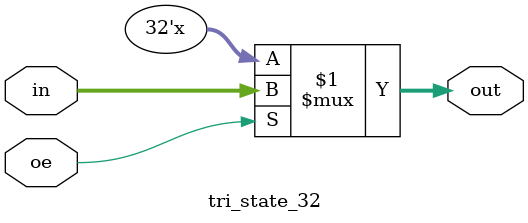
<source format=v>
module tri_state_32 (in, oe, out);
input [31:0]in;
input oe;
output[31:0]out;

//tri_state_buffer t0(.in(in[0]), .oe(oe), .out(out[0]));
//tri_state_buffer t1(.in(in[1]), .oe(oe), .out(out[1]));
//tri_state_buffer t2(.in(in[2]), .oe(oe), .out(out[2]));
//tri_state_buffer t3(.in(in[3]), .oe(oe), .out(out[3]));
//tri_state_buffer t4(.in(in[4]), .oe(oe), .out(out[4]));
//tri_state_buffer t5(.in(in[5]), .oe(oe), .out(out[5]));
//tri_state_buffer t6(.in(in[6]), .oe(oe), .out(out[6]));
//tri_state_buffer t7(.in(in[7]), .oe(oe), .out(out[7]));
//tri_state_buffer t8(.in(in[8]), .oe(oe), .out(out[8]));
//tri_state_buffer t9(.in(in[9]), .oe(oe), .out(out[9]));
//tri_state_buffer t10(.in(in[10]), .oe(oe), .out(out[10]));
//tri_state_buffer t11(.in(in[11]), .oe(oe), .out(out[11]));
//tri_state_buffer t12(.in(in[12]), .oe(oe), .out(out[12]));
//tri_state_buffer t13(.in(in[13]), .oe(oe), .out(out[13]));
//tri_state_buffer t14(.in(in[14]), .oe(oe), .out(out[14]));
//tri_state_buffer t15(.in(in[15]), .oe(oe), .out(out[15]));
//tri_state_buffer t16(.in(in[16]), .oe(oe), .out(out[16]));
//tri_state_buffer t17(.in(in[17]), .oe(oe), .out(out[17]));
//tri_state_buffer t18(.in(in[18]), .oe(oe), .out(out[18]));
//tri_state_buffer t19(.in(in[19]), .oe(oe), .out(out[19]));
//tri_state_buffer t20(.in(in[20]), .oe(oe), .out(out[20]));
//tri_state_buffer t21(.in(in[21]), .oe(oe), .out(out[21]));
//tri_state_buffer t22(.in(in[22]), .oe(oe), .out(out[22]));
//tri_state_buffer t23(.in(in[23]), .oe(oe), .out(out[23]));
//tri_state_buffer t24(.in(in[24]), .oe(oe), .out(out[24]));
//tri_state_buffer t25(.in(in[25]), .oe(oe), .out(out[25]));
//tri_state_buffer t26(.in(in[26]), .oe(oe), .out(out[26]));
//tri_state_buffer t27(.in(in[27]), .oe(oe), .out(out[27]));
//tri_state_buffer t28(.in(in[28]), .oe(oe), .out(out[28]));
//tri_state_buffer t29(.in(in[29]), .oe(oe), .out(out[29]));
//tri_state_buffer t30(.in(in[30]), .oe(oe), .out(out[30]));
//tri_state_buffer t31(.in(in[31]), .oe(oe), .out(out[31]));

assign out = oe ? in :{32{1'bz}} ;

endmodule
</source>
